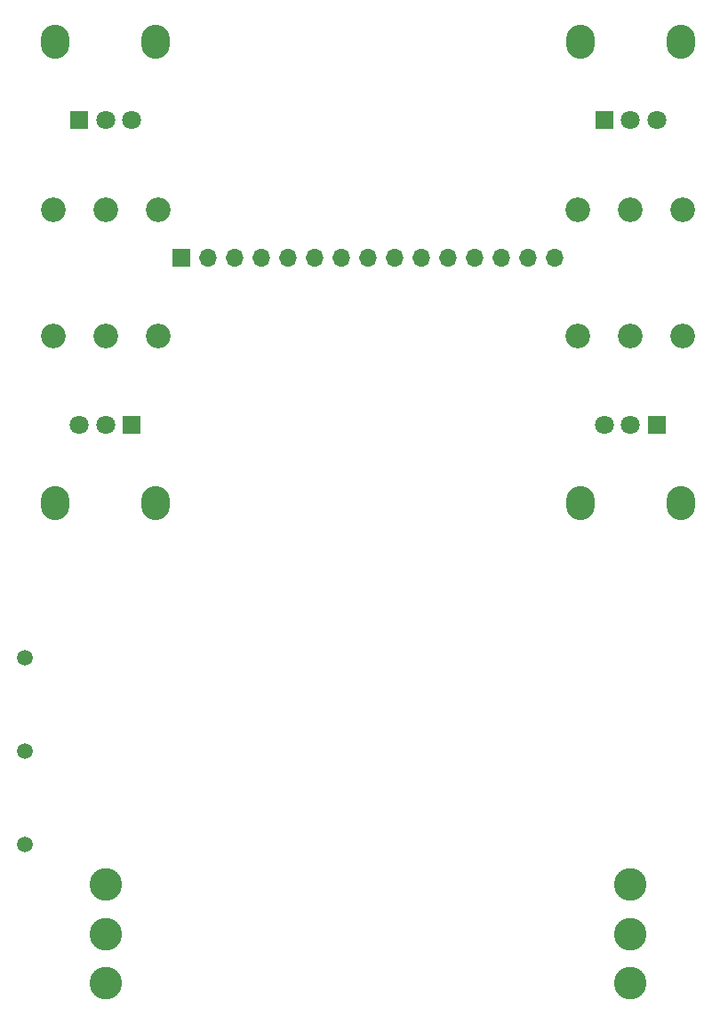
<source format=gts>
G04 #@! TF.GenerationSoftware,KiCad,Pcbnew,7.0.0-rc2-unknown-92a61b187f~165~ubuntu22.04.1*
G04 #@! TF.CreationDate,2023-02-10T21:55:46-05:00*
G04 #@! TF.ProjectId,dualvca_b2,6475616c-7663-4615-9f62-322e6b696361,rev?*
G04 #@! TF.SameCoordinates,Original*
G04 #@! TF.FileFunction,Soldermask,Top*
G04 #@! TF.FilePolarity,Negative*
%FSLAX46Y46*%
G04 Gerber Fmt 4.6, Leading zero omitted, Abs format (unit mm)*
G04 Created by KiCad (PCBNEW 7.0.0-rc2-unknown-92a61b187f~165~ubuntu22.04.1) date 2023-02-10 21:55:46*
%MOMM*%
%LPD*%
G01*
G04 APERTURE LIST*
%ADD10O,2.720000X3.240000*%
%ADD11R,1.800000X1.800000*%
%ADD12C,1.800000*%
%ADD13C,2.340000*%
%ADD14C,1.500000*%
%ADD15C,3.100000*%
%ADD16R,1.700000X1.700000*%
%ADD17O,1.700000X1.700000*%
G04 APERTURE END LIST*
D10*
G04 #@! TO.C,RV101*
X120199999Y-56999999D03*
X129799999Y-56999999D03*
D11*
X122499999Y-64499999D03*
D12*
X125000000Y-64500000D03*
X127500000Y-64500000D03*
G04 #@! TD*
D13*
G04 #@! TO.C,RV105*
X170000000Y-73000000D03*
X175000000Y-73000000D03*
X180000000Y-73000000D03*
G04 #@! TD*
D14*
G04 #@! TO.C,TP106*
X117310000Y-124620000D03*
G04 #@! TD*
D13*
G04 #@! TO.C,RV104*
X130000000Y-85000000D03*
X125000000Y-85000000D03*
X120000000Y-85000000D03*
G04 #@! TD*
D15*
G04 #@! TO.C,SW2*
X175000000Y-146700000D03*
X175000000Y-142000000D03*
X175000000Y-137300000D03*
G04 #@! TD*
D13*
G04 #@! TO.C,RV106*
X180000000Y-85000000D03*
X175000000Y-85000000D03*
X170000000Y-85000000D03*
G04 #@! TD*
G04 #@! TO.C,RV103*
X120000000Y-73000000D03*
X125000000Y-73000000D03*
X130000000Y-73000000D03*
G04 #@! TD*
D14*
G04 #@! TO.C,TP104*
X117310000Y-133510000D03*
G04 #@! TD*
D10*
G04 #@! TO.C,RV32*
X179799999Y-100999999D03*
X170199999Y-100999999D03*
D11*
X177499999Y-93499999D03*
D12*
X175000000Y-93500000D03*
X172500000Y-93500000D03*
G04 #@! TD*
D14*
G04 #@! TO.C,TP105*
X117310000Y-115730000D03*
G04 #@! TD*
D10*
G04 #@! TO.C,RV10*
X129799999Y-100999999D03*
X120199999Y-100999999D03*
D11*
X127499999Y-93499999D03*
D12*
X125000000Y-93500000D03*
X122500000Y-93500000D03*
G04 #@! TD*
D10*
G04 #@! TO.C,RV102*
X170199999Y-56999999D03*
X179799999Y-56999999D03*
D11*
X172499999Y-64499999D03*
D12*
X175000000Y-64500000D03*
X177500000Y-64500000D03*
G04 #@! TD*
D15*
G04 #@! TO.C,SW1*
X125000000Y-146700000D03*
X125000000Y-142000000D03*
X125000000Y-137300000D03*
G04 #@! TD*
D16*
G04 #@! TO.C,J102*
X132224999Y-77629999D03*
D17*
X134764999Y-77629999D03*
X137304999Y-77629999D03*
X139844999Y-77629999D03*
X142384999Y-77629999D03*
X144924999Y-77629999D03*
X147464999Y-77629999D03*
X150004999Y-77629999D03*
X152544999Y-77629999D03*
X155084999Y-77629999D03*
X157624999Y-77629999D03*
X160164999Y-77629999D03*
X162704999Y-77629999D03*
X165244999Y-77629999D03*
X167784999Y-77629999D03*
G04 #@! TD*
M02*

</source>
